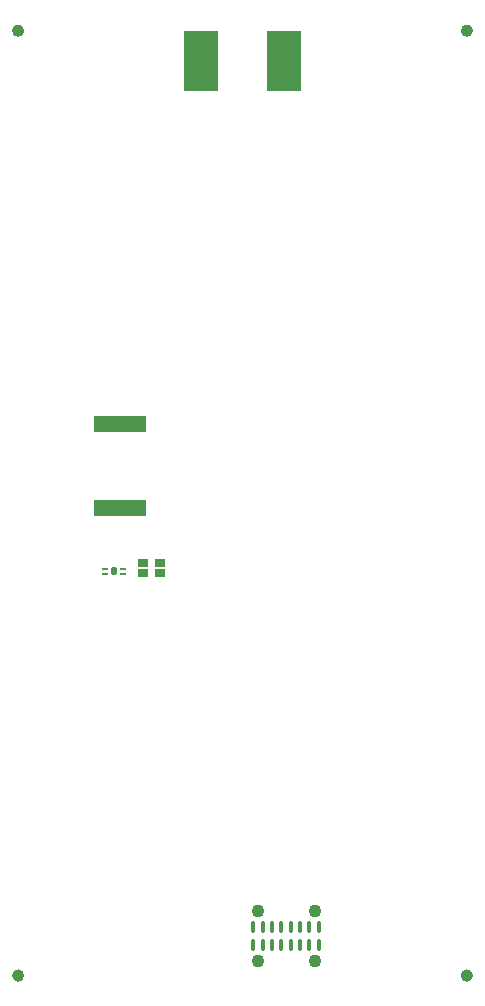
<source format=gbr>
%TF.GenerationSoftware,KiCad,Pcbnew,9.0.1*%
%TF.CreationDate,2025-10-13T19:02:50-04:00*%
%TF.ProjectId,OshTelemega,4f736854-656c-4656-9d65-67612e6b6963,rev?*%
%TF.SameCoordinates,Original*%
%TF.FileFunction,Paste,Top*%
%TF.FilePolarity,Positive*%
%FSLAX46Y46*%
G04 Gerber Fmt 4.6, Leading zero omitted, Abs format (unit mm)*
G04 Created by KiCad (PCBNEW 9.0.1) date 2025-10-13 19:02:50*
%MOMM*%
%LPD*%
G01*
G04 APERTURE LIST*
G04 Aperture macros list*
%AMRoundRect*
0 Rectangle with rounded corners*
0 $1 Rounding radius*
0 $2 $3 $4 $5 $6 $7 $8 $9 X,Y pos of 4 corners*
0 Add a 4 corners polygon primitive as box body*
4,1,4,$2,$3,$4,$5,$6,$7,$8,$9,$2,$3,0*
0 Add four circle primitives for the rounded corners*
1,1,$1+$1,$2,$3*
1,1,$1+$1,$4,$5*
1,1,$1+$1,$6,$7*
1,1,$1+$1,$8,$9*
0 Add four rect primitives between the rounded corners*
20,1,$1+$1,$2,$3,$4,$5,0*
20,1,$1+$1,$4,$5,$6,$7,0*
20,1,$1+$1,$6,$7,$8,$9,0*
20,1,$1+$1,$8,$9,$2,$3,0*%
G04 Aperture macros list end*
%ADD10C,0.550000*%
%ADD11RoundRect,0.120000X0.120000X-0.200000X0.120000X0.200000X-0.120000X0.200000X-0.120000X-0.200000X0*%
%ADD12RoundRect,0.062500X0.212500X-0.062500X0.212500X0.062500X-0.212500X0.062500X-0.212500X-0.062500X0*%
%ADD13RoundRect,0.075000X-0.075000X-0.425000X0.075000X-0.425000X0.075000X0.425000X-0.075000X0.425000X0*%
%ADD14C,1.100000*%
%ADD15R,0.850000X0.650000*%
%ADD16R,4.500000X1.350000*%
%ADD17R,3.000000X5.140000*%
G04 APERTURE END LIST*
D10*
X16275000Y-20000000D02*
G75*
G02*
X15725000Y-20000000I-275000J0D01*
G01*
X15725000Y-20000000D02*
G75*
G02*
X16275000Y-20000000I275000J0D01*
G01*
X16275000Y-100000000D02*
G75*
G02*
X15725000Y-100000000I-275000J0D01*
G01*
X15725000Y-100000000D02*
G75*
G02*
X16275000Y-100000000I275000J0D01*
G01*
X54275000Y-20000000D02*
G75*
G02*
X53725000Y-20000000I-275000J0D01*
G01*
X53725000Y-20000000D02*
G75*
G02*
X54275000Y-20000000I275000J0D01*
G01*
X54275000Y-100000000D02*
G75*
G02*
X53725000Y-100000000I-275000J0D01*
G01*
X53725000Y-100000000D02*
G75*
G02*
X54275000Y-100000000I275000J0D01*
G01*
D11*
%TO.C,U7*%
X24120000Y-65790000D03*
D12*
X23345000Y-66040000D03*
X24895000Y-66040000D03*
X24895000Y-65540000D03*
X23345000Y-65540000D03*
%TD*%
D13*
%TO.C,J4*%
X35920000Y-95890000D03*
X36710000Y-95890000D03*
X37500000Y-95890000D03*
X38290000Y-95890000D03*
X39080000Y-95890000D03*
X39870000Y-95890000D03*
X40660000Y-95890000D03*
X41450000Y-95890000D03*
X41450000Y-97410000D03*
X40660000Y-97410000D03*
X39870000Y-97410000D03*
X39080000Y-97410000D03*
X38290000Y-97410000D03*
X37500000Y-97410000D03*
X36710000Y-97410000D03*
X35920000Y-97410000D03*
D14*
X36300000Y-94500000D03*
X36300000Y-98800000D03*
X41100000Y-94500000D03*
X41100000Y-98800000D03*
%TD*%
D15*
%TO.C,D5*%
X28050000Y-65050000D03*
X28050000Y-65900000D03*
X26600000Y-65050000D03*
X26600000Y-65900000D03*
%TD*%
D16*
%TO.C,U11*%
X24640000Y-53265000D03*
X24640000Y-60415000D03*
%TD*%
D17*
%TO.C,J3*%
X31500000Y-22530000D03*
X38500000Y-22530000D03*
%TD*%
M02*

</source>
